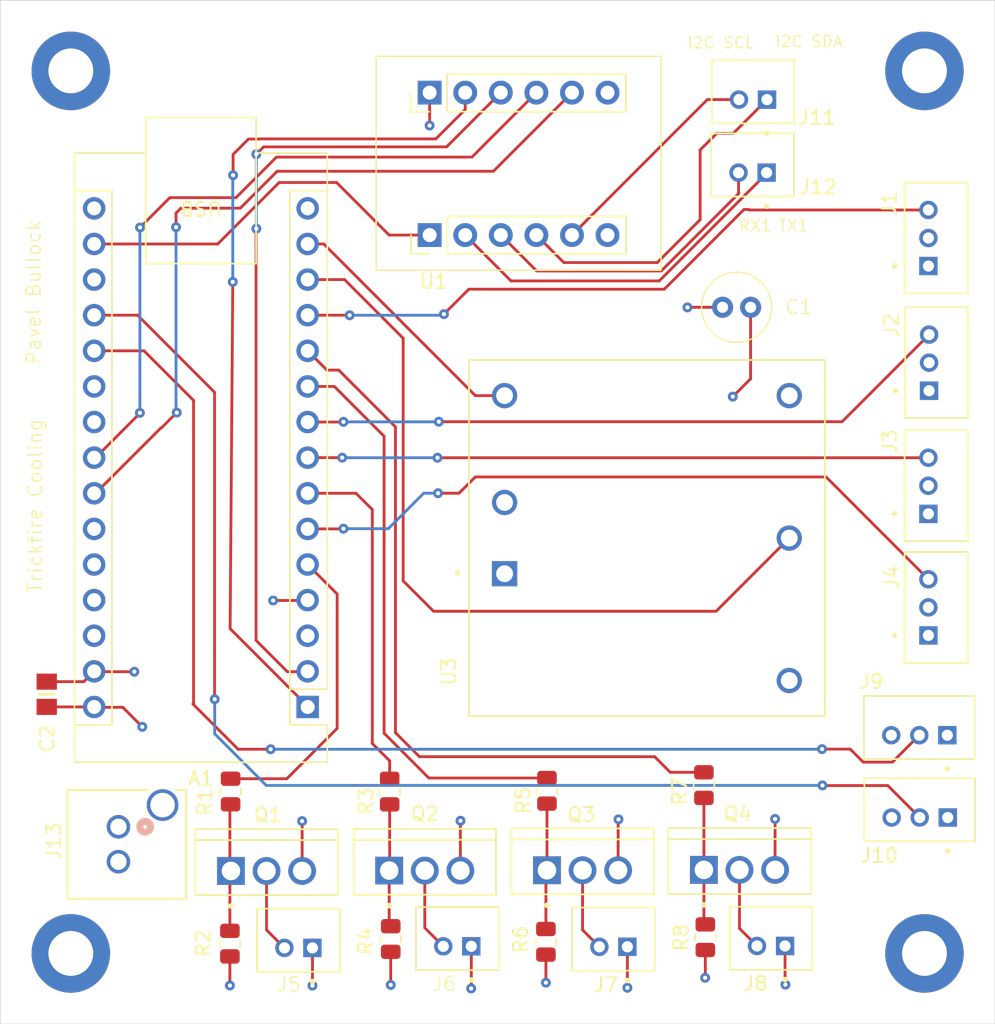
<source format=kicad_pcb>
(kicad_pcb (version 20240108) (generator "pcbnew") (generator_version "8.0")
  (layers (0 "F.Cu" signal) (1 "In1.Cu" signal) (2 "In2.Cu" signal) (31 "B.Cu" signal) (34 "B.Paste" user) (35 "F.Paste" user) (36 "B.SilkS" user "B.Silkscreen") (37 "F.SilkS" user "F.Silkscreen") (38 "B.Mask" user) (39 "F.Mask" user) (44 "Edge.Cuts" user))
  (net 0 "")
  (net 1 "Net-(A1-D7)")
  (net 3 "Net-(A1-D3)")
  (net 5 "Net-(A1-D6)")
  (net 7 "Net-(A1-D4)")
  (net 8 "/I2C SCL")
  (net 9 "/TX1")
  (net 12 "Net-(A1-D9)")
  (net 13 "/I2C SDA")
  (net 14 "Net-(A1-D5)")
  (net 15 "/Trim")
  (net 19 "Net-(A1-D2)")
  (net 20 "/DC Conv On{slash}Off")
  (net 22 "Net-(A1-D8)")
  (net 24 "Net-(J5-Pin_2)")
  (net 25 "Net-(J6-Pin_2)")
  (net 26 "Net-(J7-Pin_2)")
  (net 27 "Net-(J8-Pin_2)")
  (net 28 "Net-(Q1-G)")
  (net 29 "Net-(Q2-G)")
  (net 30 "Net-(Q3-G)")
  (net 31 "Net-(Q4-G)")
  (net 32 "GND")
  (net 33 "Net-(A1-A0)")
  (net 34 "/RX1")
  (net 35 "Net-(A1-A1)")
  (net 36 "/+12V")
  (net 37 "/+3.3V")
  (net 38 "/+5V")
  (net 39 "Net-(J11-Pin_2)")
  (net 40 "Net-(J11-Pin_1)")
  (net 41 "Net-(J12-Pin_1)")
  (net 42 "Net-(J12-Pin_2)")
  (footprint "Trickfire Cooling:JST_B3B-PH-K-S_LF__SN_" (layer "F.Cu") (at 157.81 75.64 -90)
    (property "Reference" "J3" (at -3.16 3.29 90) (layer "F.SilkS"))
    (property "Value" "Conn_01x03_Pin" (hide yes))
    (pad "1" thru_hole rect (at 2 0.55 270) (size 1.308 1.308) (drill 0.8) (layers "*.Cu" "*.Mask") (net 32 "GND"))
    (pad "2" thru_hole circle (at 0 0.55 270) (size 1.308 1.308) (drill 0.8) (layers "*.Cu" "*.Mask") (net 38 "/+5V"))
    (pad "3" thru_hole circle (at -2 0.55 270) (size 1.308 1.308) (drill 0.8) (layers "*.Cu" "*.Mask") (net 14 "Net-(A1-D5)"))
  )
  (footprint "Trickfire Cooling:JST_B3B-PH-K-S_LF__SN_" (layer "F.Cu") (at 157.86 66.86 -90)
    (property "Reference" "J2" (at -2.68 3.24 90) (layer "F.SilkS"))
    (property "Value" "Conn_01x03_Pin" (hide yes))
    (pad "1" thru_hole rect (at 2 0.55 270) (size 1.308 1.308) (drill 0.8) (layers "*.Cu" "*.Mask") (net 32 "GND"))
    (pad "2" thru_hole circle (at 0 0.55 270) (size 1.308 1.308) (drill 0.8) (layers "*.Cu" "*.Mask") (net 38 "/+5V"))
    (pad "3" thru_hole circle (at -2 0.55 270) (size 1.308 1.308) (drill 0.8) (layers "*.Cu" "*.Mask") (net 5 "Net-(A1-D6)"))
  )
  (footprint "Trickfire Cooling:CON2_1X2_P100" (layer "F.Cu") (at 99.45 99.96 90)
    (property "Reference" "J13" (at -1.04 -4.61 90) (layer "F.SilkS"))
    (property "Value" "Conn_01x02_Pin" (hide yes))
    (pad "1" thru_hole circle (at 0 0 90) (size 1.6764 1.6764) (drill 1.1684) (layers "*.Cu" "*.Mask") (net 36 "/+12V"))
    (pad "2" thru_hole circle (at -2.4892 0 90) (size 1.6764 1.6764) (drill 1.1684) (layers "*.Cu" "*.Mask") (net 32 "GND"))
    (pad "3" thru_hole circle (at 1.5494 3.1496 90) (size 2.2606 2.2606) (drill 1.7526) (layers "*.Cu" "*.Mask"))
  )
  (footprint "Trickfire Cooling:TRANS_RFP30N06LE" (layer "F.Cu") (at 110.02 103.11)
    (property "Reference" "Q1" (at 0.1016 -3.9878 0) (layer "F.SilkS") (effects (font (size 1.001567 1.001567))))
    (property "Value" "Q_NMOS_GDS" (hide yes))
    (pad "1" thru_hole rect (at -2.54 0) (size 1.98 1.98) (drill 1.32) (layers "*.Cu" "*.Mask") (net 28 "Net-(Q1-G)"))
    (pad "2" thru_hole circle (at 0 0) (size 1.98 1.98) (drill 1.32) (layers "*.Cu" "*.Mask") (net 24 "Net-(J5-Pin_2)"))
    (pad "3" thru_hole circle (at 2.54 0) (size 1.98 1.98) (drill 1.32) (layers "*.Cu" "*.Mask") (net 32 "GND"))
  )
  (footprint "Resistor_SMD:R_0805_2012Metric" (layer "F.Cu") (at 107.4038 108.2935 90)
    (property "Reference" "R2" (at 0.0273 -1.905 -90) (layer "F.SilkS"))
    (property "Value" "12k" (hide yes))
    (pad "1" smd roundrect (at -0.9125 0 90) (size 1.025 1.4) (layers "F.Cu" "F.Paste" "F.Mask") (roundrect_rratio 0.243902) (net 32 "GND"))
    (pad "2" smd roundrect (at 0.9125 0 90) (size 1.025 1.4) (layers "F.Cu" "F.Paste" "F.Mask") (roundrect_rratio 0.243902) (net 28 "Net-(Q1-G)"))
  )
  (footprint "Trickfire Cooling:CONV_THN_15-1211" (layer "F.Cu") (at 137.17 79.37 90)
    (property "Reference" "U3" (at -9.525 -14.135 90) (layer "F.SilkS"))
    (property "Value" "~")
    (pad "1" thru_hole rect (at -2.54 -10.16 90) (size 1.8 1.8) (drill 1.2) (layers "*.Cu" "*.Mask") (net 36 "/+12V"))
    (pad "2" thru_hole circle (at 2.54 -10.16 90) (size 1.8 1.8) (drill 1.2) (layers "*.Cu" "*.Mask") (net 32 "GND"))
    (pad "3" thru_hole circle (at -10.16 10.16 90) (size 1.8 1.8) (drill 1.2) (layers "*.Cu" "*.Mask") (net 38 "/+5V"))
    (pad "4" thru_hole circle (at 0 10.16 90) (size 1.8 1.8) (drill 1.2) (layers "*.Cu" "*.Mask") (net 15 "/Trim"))
    (pad "5" thru_hole circle (at 10.16 10.16 90) (size 1.8 1.8) (drill 1.2) (layers "*.Cu" "*.Mask") (net 32 "GND"))
    (pad "6" thru_hole circle (at 10.16 -10.16 90) (size 1.8 1.8) (drill 1.2) (layers "*.Cu" "*.Mask") (net 20 "/DC Conv On{slash}Off"))
  )
  (footprint "Trickfire Cooling:Bi directional level changer 5 -3.3" (layer "F.Cu") (at 121.66 57.76 90)
    (property "Reference" "U1" (at -3.3 0.3 180) (layer "F.SilkS"))
    (property "Value" "~")
    (pad "1" thru_hole rect (at 0 0 90) (size 1.7 1.7) (drill 1) (layers "*.Cu" "*.Mask") (net 37 "/+3.3V"))
    (pad "2" thru_hole oval (at 0 2.54 90) (size 1.7 1.7) (drill 1) (layers "*.Cu" "*.Mask") (net 41 "Net-(J12-Pin_1)"))
    (pad "3" thru_hole oval (at 0 5.08 90) (size 1.7 1.7) (drill 1) (layers "*.Cu" "*.Mask") (net 42 "Net-(J12-Pin_2)"))
    (pad "4" thru_hole oval (at 0 7.62 90) (size 1.7 1.7) (drill 1) (layers "*.Cu" "*.Mask") (net 40 "Net-(J11-Pin_1)"))
    (pad "5" thru_hole oval (at 0 10.16 90) (size 1.7 1.7) (drill 1) (layers "*.Cu" "*.Mask") (net 39 "Net-(J11-Pin_2)"))
    (pad "6" thru_hole oval (at 0 12.7 90) (size 1.7 1.7) (drill 1) (layers "*.Cu" "*.Mask") (net 32 "GND"))
    (pad "7" thru_hole rect (at 10.16 0 90) (size 1.7 1.7) (drill 1) (layers "*.Cu" "*.Mask") (net 38 "/+5V"))
    (pad "8" thru_hole oval (at 10.16 2.54 90) (size 1.7 1.7) (drill 1) (layers "*.Cu" "*.Mask") (net 9 "/TX1"))
    (pad "9" thru_hole oval (at 10.16 5.08 90) (size 1.7 1.7) (drill 1) (layers "*.Cu" "*.Mask") (net 34 "/RX1"))
    (pad "10" thru_hole oval (at 10.16 7.62 90) (size 1.7 1.7) (drill 1) (layers "*.Cu" "*.Mask") (net 13 "/I2C SDA"))
    (pad "11" thru_hole oval (at 10.16 10.16 90) (size 1.7 1.7) (drill 1) (layers "*.Cu" "*.Mask") (net 8 "/I2C SCL"))
    (pad "12" thru_hole oval (at 10.16 12.7 90) (size 1.7 1.7) (drill 1) (layers "*.Cu" "*.Mask") (net 32 "GND"))
  )
  (footprint "Trickfire Cooling:JST_B3B-PH-K-S_LF__SN_" (layer "F.Cu") (at 156.64 98.75)
    (property "Reference" "J10" (at -2.88 3.26 0) (layer "F.SilkS"))
    (property "Value" "Conn_01x03_Pin" (hide yes))
    (pad "1" thru_hole rect (at 2 0.55) (size 1.308 1.308) (drill 0.8) (layers "*.Cu" "*.Mask") (net 32 "GND"))
    (pad "2" thru_hole circle (at 0 0.55) (size 1.308 1.308) (drill 0.8) (layers "*.Cu" "*.Mask") (net 33 "Net-(A1-A0)"))
    (pad "3" thru_hole circle (at -2 0.55) (size 1.308 1.308) (drill 0.8) (layers "*.Cu" "*.Mask") (net 38 "/+5V"))
  )
  (footprint "Trickfire Cooling:JST_B2B-PH-K-S" (layer "F.Cu") (at 123.6344 107.936)
    (property "Reference" "J6" (hide yes))
    (property "Value" "Conn_01x02_Pin" (hide yes))
    (pad "1" thru_hole rect (at 1 0.55) (size 1.308 1.308) (drill 0.8) (layers "*.Cu" "*.Mask") (net 38 "/+5V"))
    (pad "2" thru_hole circle (at -1 0.55) (size 1.308 1.308) (drill 0.8) (layers "*.Cu" "*.Mask") (net 25 "Net-(J6-Pin_2)"))
  )
  (footprint "" (layer "F.Cu") (at 96.9 107.72)
    (property "Reference" "" (at 0 0 0) (layer "F.SilkS") (effects (font (size 1.27 1.27))))
    (property "Value" "")
    (pad "" thru_hole circle (at -0.85 1.27) (size 5.6 5.6) (drill 3.2) (layers "*.Cu" "*.Mask") (net 32 "GND"))
  )
  (footprint "Trickfire Cooling:JST_B2B-PH-K-S" (layer "F.Cu") (at 112.2966 108.0464)
    (property "Reference" "J5" (hide yes))
    (property "Value" "Conn_01x02_Pin" (hide yes))
    (pad "1" thru_hole rect (at 1 0.55) (size 1.308 1.308) (drill 0.8) (layers "*.Cu" "*.Mask") (net 38 "/+5V"))
    (pad "2" thru_hole circle (at -1 0.55) (size 1.308 1.308) (drill 0.8) (layers "*.Cu" "*.Mask") (net 24 "Net-(J5-Pin_2)"))
  )
  (footprint "Resistor_SMD:R_0805_2012Metric" (layer "F.Cu") (at 118.8846 107.9633 90)
    (property "Reference" "R4" (at -0.1505 -1.778 -90) (layer "F.SilkS"))
    (property "Value" "12k" (hide yes))
    (pad "1" smd roundrect (at -0.9125 0 90) (size 1.025 1.4) (layers "F.Cu" "F.Paste" "F.Mask") (roundrect_rratio 0.243902) (net 32 "GND"))
    (pad "2" smd roundrect (at 0.9125 0 90) (size 1.025 1.4) (layers "F.Cu" "F.Paste" "F.Mask") (roundrect_rratio 0.243902) (net 29 "Net-(Q2-G)"))
  )
  (footprint "Resistor_SMD:R_0805_2012Metric" (layer "F.Cu") (at 130.0352 97.395 -90)
    (property "Reference" "R5" (at 0.6839 1.7056 90) (layer "F.SilkS"))
    (property "Value" "39R" (hide yes))
    (pad "1" smd roundrect (at -0.9125 0 270) (size 1.025 1.4) (layers "F.Cu" "F.Paste" "F.Mask") (roundrect_rratio 0.243902) (net 1 "Net-(A1-D7)"))
    (pad "2" smd roundrect (at 0.9125 0 270) (size 1.025 1.4) (layers "F.Cu" "F.Paste" "F.Mask") (roundrect_rratio 0.243902) (net 30 "Net-(Q3-G)"))
  )
  (footprint "Trickfire Cooling:JST_B2B-PH-K-S" (layer "F.Cu") (at 146.0278 107.9094)
    (property "Reference" "J8" (at -1.1046 3.23 0) (layer "F.SilkS"))
    (property "Value" "Conn_01x02_Pin" (hide yes))
    (pad "1" thru_hole rect (at 1 0.55) (size 1.308 1.308) (drill 0.8) (layers "*.Cu" "*.Mask") (net 38 "/+5V"))
    (pad "2" thru_hole circle (at -1 0.55) (size 1.308 1.308) (drill 0.8) (layers "*.Cu" "*.Mask") (net 27 "Net-(J8-Pin_2)"))
  )
  (footprint "Trickfire Cooling:JST_B3B-PH-K-S_LF__SN_" (layer "F.Cu") (at 157.81 84.31 -90)
    (property "Reference" "J4" (at -2.127 3.1408 90) (layer "F.SilkS"))
    (property "Value" "Conn_01x03_Pin" (hide yes))
    (pad "1" thru_hole rect (at 2 0.55 270) (size 1.308 1.308) (drill 0.8) (layers "*.Cu" "*.Mask") (net 32 "GND"))
    (pad "2" thru_hole circle (at 0 0.55 270) (size 1.308 1.308) (drill 0.8) (layers "*.Cu" "*.Mask") (net 38 "/+5V"))
    (pad "3" thru_hole circle (at -2 0.55 270) (size 1.308 1.308) (drill 0.8) (layers "*.Cu" "*.Mask") (net 3 "Net-(A1-D3)"))
  )
  (footprint "" (layer "F.Cu") (at 156.21 107.64)
    (property "Reference" "" (at 0 0 0) (layer "F.SilkS") (effects (font (size 1.27 1.27))))
    (property "Value" "")
    (pad "" thru_hole circle (at 0.77 1.35) (size 5.6 5.6) (drill 3.2) (layers "*.Cu" "*.Mask") (net 32 "GND"))
  )
  (footprint "Trickfire Cooling:JST_B3B-PH-K-S_LF__SN_" (layer "F.Cu") (at 157.81 57.97 -90)
    (property "Reference" "J1" (at -2.445 3.344 90) (layer "F.SilkS"))
    (property "Value" "Conn_01x03_Pin" (hide yes))
    (pad "1" thru_hole rect (at 2 0.55 270) (size 1.308 1.308) (drill 0.8) (layers "*.Cu" "*.Mask") (net 32 "GND"))
    (pad "2" thru_hole circle (at 0 0.55 270) (size 1.308 1.308) (drill 0.8) (layers "*.Cu" "*.Mask") (net 38 "/+5V"))
    (pad "3" thru_hole circle (at -2 0.55 270) (size 1.308 1.308) (drill 0.8) (layers "*.Cu" "*.Mask") (net 12 "Net-(A1-D9)"))
  )
  (footprint "Trickfire Cooling:10uF electrolytic capacitor" (layer "F.Cu") (at 142.57 62.91)
    (property "Reference" "C1" (at 5.44 -0.01 0) (layer "F.SilkS") (effects (font (thickness 0.1))))
    (property "Value" "10uF" (hide yes))
    (pad "1" thru_hole circle (at 0 0) (size 1.5 1.5) (drill 0.8) (layers "*.Cu" "*.Mask") (net 32 "GND"))
    (pad "2" thru_hole circle (at 2 0) (size 1.5 1.5) (drill 0.8) (layers "*.Cu" "*.Mask") (net 36 "/+12V"))
  )
  (footprint "Trickfire Cooling:JST_B2B-PH-K-S" (layer "F.Cu") (at 144.71 52.76)
    (property "Reference" "J12" (at 4.68 1.5775 0) (layer "F.SilkS"))
    (property "Value" "Conn_01x02_Pin" (hide yes))
    (pad "1" thru_hole rect (at 1 0.55) (size 1.308 1.308) (drill 0.8) (layers "*.Cu" "*.Mask") (net 41 "Net-(J12-Pin_1)"))
    (pad "2" thru_hole circle (at -1 0.55) (size 1.308 1.308) (drill 0.8) (layers "*.Cu" "*.Mask") (net 42 "Net-(J12-Pin_2)"))
  )
  (footprint "" (layer "F.Cu") (at 95.81 45.89)
    (property "Reference" "" (at 0 0 0) (layer "F.SilkS") (effects (font (size 1.27 1.27))))
    (property "Value" "")
    (pad "" thru_hole circle (at 0.24 0.16) (size 5.6 5.6) (drill 3.2) (layers "*.Cu" "*.Mask") (net 32 "GND"))
  )
  (footprint "Resistor_SMD:R_0805_2012Metric" (layer "F.Cu") (at 129.959 108.1627 90)
    (property "Reference" "R6" (at 0.1759 -1.8034 -90) (layer "F.SilkS"))
    (property "Value" "12k" (hide yes))
    (pad "1" smd roundrect (at -0.9125 0 90) (size 1.025 1.4) (layers "F.Cu" "F.Paste" "F.Mask") (roundrect_rratio 0.243902) (net 32 "GND"))
    (pad "2" smd roundrect (at 0.9125 0 90) (size 1.025 1.4) (layers "F.Cu" "F.Paste" "F.Mask") (roundrect_rratio 0.243902) (net 30 "Net-(Q3-G)"))
  )
  (footprint "Resistor_SMD:R_0805_2012Metric" (layer "F.Cu") (at 141.3382 107.8325 90)
    (property "Reference" "R8" (at -0.0273 -1.7272 -90) (layer "F.SilkS"))
    (property "Value" "12k" (hide yes))
    (pad "1" smd roundrect (at -0.9125 0 90) (size 1.025 1.4) (layers "F.Cu" "F.Paste" "F.Mask") (roundrect_rratio 0.243902) (net 32 "GND"))
    (pad "2" smd roundrect (at 0.9125 0 90) (size 1.025 1.4) (layers "F.Cu" "F.Paste" "F.Mask") (roundrect_rratio 0.243902) (net 31 "Net-(Q4-G)"))
  )
  (footprint "Trickfire Cooling:JST_B2B-PH-K-S" (layer "F.Cu") (at 134.7756 107.9702)
    (property "Reference" "J7" (at -0.5494 3.2678 0) (layer "F.SilkS"))
    (property "Value" "Conn_01x02_Pin" (hide yes))
    (pad "1" thru_hole rect (at 1 0.55) (size 1.308 1.308) (drill 0.8) (layers "*.Cu" "*.Mask") (net 38 "/+5V"))
    (pad "2" thru_hole circle (at -1 0.55) (size 1.308 1.308) (drill 0.8) (layers "*.Cu" "*.Mask") (net 26 "Net-(J7-Pin_2)"))
  )
  (footprint "Trickfire Cooling:CAPC2012X140N" (layer "F.Cu") (at 94.33 90.51 -90)
    (property "Reference" "C2" (at 3.16 -0.03 90) (layer "F.SilkS"))
    (property "Value" "0.1uF" (hide yes))
    (pad "1" smd rect (at -0.9 0 270) (size 1.15 1.45) (layers "F.Cu" "F.Paste" "F.Mask") (net 32 "GND"))
    (pad "2" smd rect (at 0.9 0 270) (size 1.15 1.45) (layers "F.Cu" "F.Paste" "F.Mask") (net 36 "/+12V"))
  )
  (footprint "Resistor_SMD:R_0805_2012Metric" (layer "F.Cu") (at 141.2366 96.9867 -90)
    (property "Reference" "R7" (at 0.4553 1.731 90) (layer "F.SilkS"))
    (property "Value" "39R" (hide yes))
    (pad "1" smd roundrect (at -0.9125 0 270) (size 1.025 1.4) (layers "F.Cu" "F.Paste" "F.Mask") (roundrect_rratio 0.243902) (net 22 "Net-(A1-D8)"))
    (pad "2" smd roundrect (at 0.9125 0 270) (size 1.025 1.4) (layers "F.Cu" "F.Paste" "F.Mask") (roundrect_rratio 0.243902) (net 31 "Net-(Q4-G)"))
  )
  (footprint "Trickfire Cooling:TRANS_RFP30N06LE" (layer "F.Cu") (at 121.3142 103.0827)
    (property "Reference" "Q2" (at 0.0088 -4.0367 0) (layer "F.SilkS") (effects (font (size 1.001567 1.001567))))
    (property "Value" "Q_NMOS_GDS" (hide yes))
    (pad "1" thru_hole rect (at -2.54 0) (size 1.98 1.98) (drill 1.32) (layers "*.Cu" "*.Mask") (net 29 "Net-(Q2-G)"))
    (pad "2" thru_hole circle (at 0 0) (size 1.98 1.98) (drill 1.32) (layers "*.Cu" "*.Mask") (net 25 "Net-(J6-Pin_2)"))
    (pad "3" thru_hole circle (at 2.54 0) (size 1.98 1.98) (drill 1.32) (layers "*.Cu" "*.Mask") (net 32 "GND"))
  )
  (footprint "Resistor_SMD:R_0805_2012Metric" (layer "F.Cu") (at 107.4546 97.4439 -90)
    (property "Reference" "R1" (at 0.7601 1.8326 90) (layer "F.SilkS"))
    (property "Value" "39R" (hide yes))
    (pad "1" smd roundrect (at -0.9125 0 270) (size 1.025 1.4) (layers "F.Cu" "F.Paste" "F.Mask") (roundrect_rratio 0.243902) (net 19 "Net-(A1-D2)"))
    (pad "2" smd roundrect (at 0.9125 0 270) (size 1.025 1.4) (layers "F.Cu" "F.Paste" "F.Mask") (roundrect_rratio 0.243902) (net 28 "Net-(Q1-G)"))
  )
  (footprint "Resistor_SMD:R_0805_2012Metric" (layer "F.Cu") (at 118.8084 97.4477 -90)
    (property "Reference" "R3" (at 0.6839 1.6802 90) (layer "F.SilkS"))
    (property "Value" "39R" (hide yes))
    (pad "1" smd roundrect (at -0.9125 0 270) (size 1.025 1.4) (layers "F.Cu" "F.Paste" "F.Mask") (roundrect_rratio 0.243902) (net 7 "Net-(A1-D4)"))
    (pad "2" smd roundrect (at 0.9125 0 270) (size 1.025 1.4) (layers "F.Cu" "F.Paste" "F.Mask") (roundrect_rratio 0.243902) (net 29 "Net-(Q2-G)"))
  )
  (footprint "Trickfire Cooling:JST_B3B-PH-K-S_LF__SN_" (layer "F.Cu") (at 156.61 92.88)
    (property "Reference" "J9" (at -3.43 -3.28 0) (layer "F.SilkS"))
    (property "Value" "Conn_01x03_Pin" (hide yes))
    (pad "1" thru_hole rect (at 2 0.55) (size 1.308 1.308) (drill 0.8) (layers "*.Cu" "*.Mask") (net 32 "GND"))
    (pad "2" thru_hole circle (at 0 0.55) (size 1.308 1.308) (drill 0.8) (layers "*.Cu" "*.Mask") (net 35 "Net-(A1-A1)"))
    (pad "3" thru_hole circle (at -2 0.55) (size 1.308 1.308) (drill 0.8) (layers "*.Cu" "*.Mask") (net 38 "/+5V"))
  )
  (footprint "Trickfire Cooling:TRANS_RFP30N06LE" (layer "F.Cu") (at 132.5752 103.0592)
    (property "Reference" "Q3" (at -0.0762 -3.9624 0) (layer "F.SilkS") (effects (font (size 1.001567 1.001567))))
    (property "Value" "Q_NMOS_GDS" (hide yes))
    (pad "1" thru_hole rect (at -2.54 0) (size 1.98 1.98) (drill 1.32) (layers "*.Cu" "*.Mask") (net 30 "Net-(Q3-G)"))
    (pad "2" thru_hole circle (at 0 0) (size 1.98 1.98) (drill 1.32) (layers "*.Cu" "*.Mask") (net 26 "Net-(J7-Pin_2)"))
    (pad "3" thru_hole circle (at 2.54 0) (size 1.98 1.98) (drill 1.32) (layers "*.Cu" "*.Mask") (net 32 "GND"))
  )
  (footprint "" (layer "F.Cu") (at 157.06 45.77)
    (property "Reference" "" (at 0 0 0) (layer "F.SilkS") (effects (font (size 1.27 1.27))))
    (property "Value" "")
    (pad "" thru_hole circle (at -0.08 0.28) (size 5.6 5.6) (drill 3.2) (layers "*.Cu" "*.Mask") (net 32 "GND"))
  )
  (footprint "Module:Arduino_Nano" (layer "F.Cu") (at 112.9538 91.4146 180)
    (property "Reference" "A1" (at 7.62 -5.08 0) (layer "F.SilkS"))
    (property "Value" "Arduino_Nano_Every" (hide yes))
    (fp_text user "USB" (at 7.62 35.56 180) (layer "F.SilkS"))
    (pad "1" thru_hole rect (at 0 0 180) (size 1.6 1.6) (drill 1) (layers "*.Cu" "*.Mask") (net 9 "/TX1"))
    (pad "2" thru_hole oval (at 0 2.54 180) (size 1.6 1.6) (drill 1) (layers "*.Cu" "*.Mask") (net 34 "/RX1"))
    (pad "3" thru_hole oval (at 0 5.08 180) (size 1.6 1.6) (drill 1) (layers "*.Cu" "*.Mask"))
    (pad "4" thru_hole oval (at 0 7.62 180) (size 1.6 1.6) (drill 1) (layers "*.Cu" "*.Mask") (net 32 "GND"))
    (pad "5" thru_hole oval (at 0 10.16 180) (size 1.6 1.6) (drill 1) (layers "*.Cu" "*.Mask") (net 19 "Net-(A1-D2)"))
    (pad "6" thru_hole oval (at 0 12.7 180) (size 1.6 1.6) (drill 1) (layers "*.Cu" "*.Mask") (net 3 "Net-(A1-D3)"))
    (pad "7" thru_hole oval (at 0 15.24 180) (size 1.6 1.6) (drill 1) (layers "*.Cu" "*.Mask") (net 7 "Net-(A1-D4)"))
    (pad "8" thru_hole oval (at 0 17.78 180) (size 1.6 1.6) (drill 1) (layers "*.Cu" "*.Mask") (net 14 "Net-(A1-D5)"))
    (pad "9" thru_hole oval (at 0 20.32 180) (size 1.6 1.6) (drill 1) (layers "*.Cu" "*.Mask") (net 5 "Net-(A1-D6)"))
    (pad "10" thru_hole oval (at 0 22.86 180) (size 1.6 1.6) (drill 1) (layers "*.Cu" "*.Mask") (net 1 "Net-(A1-D7)"))
    (pad "11" thru_hole oval (at 0 25.4 180) (size 1.6 1.6) (drill 1) (layers "*.Cu" "*.Mask") (net 22 "Net-(A1-D8)"))
    (pad "12" thru_hole oval (at 0 27.94 180) (size 1.6 1.6) (drill 1) (layers "*.Cu" "*.Mask") (net 12 "Net-(A1-D9)"))
    (pad "13" thru_hole oval (at 0 30.48 180) (size 1.6 1.6) (drill 1) (layers "*.Cu" "*.Mask") (net 15 "/Trim"))
    (pad "14" thru_hole oval (at 0 33.02 180) (size 1.6 1.6) (drill 1) (layers "*.Cu" "*.Mask") (net 20 "/DC Conv On{slash}Off"))
    (pad "15" thru_hole oval (at 0 35.56 180) (size 1.6 1.6) (drill 1) (layers "*.Cu" "*.Mask"))
    (pad "16" thru_hole oval (at 15.24 35.56 180) (size 1.6 1.6) (drill 1) (layers "*.Cu" "*.Mask"))
    (pad "17" thru_hole oval (at 15.24 33.02 180) (size 1.6 1.6) (drill 1) (layers "*.Cu" "*.Mask") (net 37 "/+3.3V"))
    (pad "18" thru_hole oval (at 15.24 30.48 180) (size 1.6 1.6) (drill 1) (layers "*.Cu" "*.Mask"))
    (pad "19" thru_hole oval (at 15.24 27.94 180) (size 1.6 1.6) (drill 1) (layers "*.Cu" "*.Mask") (net 33 "Net-(A1-A0)"))
    (pad "20" thru_hole oval (at 15.24 25.4 180) (size 1.6 1.6) (drill 1) (layers "*.Cu" "*.Mask") (net 35 "Net-(A1-A1)"))
    (pad "21" thru_hole oval (at 15.24 22.86 180) (size 1.6 1.6) (drill 1) (layers "*.Cu" "*.Mask"))
    (pad "22" thru_hole oval (at 15.24 20.32 180) (size 1.6 1.6) (drill 1) (layers "*.Cu" "*.Mask"))
    (pad "23" thru_hole oval (at 15.24 17.78 180) (size 1.6 1.6) (drill 1) (layers "*.Cu" "*.Mask") (net 13 "/I2C SDA"))
    (pad "24" thru_hole oval (at 15.24 15.24 180) (size 1.6 1.6) (drill 1) (layers "*.Cu" "*.Mask") (net 8 "/I2C SCL"))
    (pad "25" thru_hole oval (at 15.24 12.7 180) (size 1.6 1.6) (drill 1) (layers "*.Cu" "*.Mask"))
    (pad "26" thru_hole oval (at 15.24 10.16 180) (size 1.6 1.6) (drill 1) (layers "*.Cu" "*.Mask"))
    (pad "27" thru_hole oval (at 15.24 7.62 180) (size 1.6 1.6) (drill 1) (layers "*.Cu" "*.Mask"))
    (pad "28" thru_hole oval (at 15.24 5.08 180) (size 1.6 1.6) (drill 1) (layers "*.Cu" "*.Mask"))
    (pad "29" thru_hole oval (at 15.24 2.54 180) (size 1.6 1.6) (drill 1) (layers "*.Cu" "*.Mask") (net 32 "GND"))
    (pad "30" thru_hole oval (at 15.24 0 180) (size 1.6 1.6) (drill 1) (layers "*.Cu" "*.Mask") (net 36 "/+12V"))
  )
  (footprint "Trickfire Cooling:TRANS_RFP30N06LE" (layer "F.Cu") (at 143.7766 103.0338)
    (property "Reference" "Q4" (at -0.127 -3.9878 0) (layer "F.SilkS") (effects (font (size 1.001567 1.001567))))
    (property "Value" "Q_NMOS_GDS" (hide yes))
    (pad "1" thru_hole rect (at -2.54 0) (size 1.98 1.98) (drill 1.32) (layers "*.Cu" "*.Mask") (net 31 "Net-(Q4-G)"))
    (pad "2" thru_hole circle (at 0 0) (size 1.98 1.98) (drill 1.32) (layers "*.Cu" "*.Mask") (net 27 "Net-(J8-Pin_2)"))
    (pad "3" thru_hole circle (at 2.54 0) (size 1.98 1.98) (drill 1.32) (layers "*.Cu" "*.Mask") (net 32 "GND"))
  )
  (footprint "Trickfire Cooling:JST_B2B-PH-K-S" (layer "F.Cu") (at 144.74 47.5475)
    (property "Reference" "J11" (at 4.58 1.8225 0) (layer "F.SilkS"))
    (property "Value" "Conn_01x02_Pin" (hide yes))
    (pad "1" thru_hole rect (at 1 0.55) (size 1.308 1.308) (drill 0.8) (layers "*.Cu" "*.Mask") (net 40 "Net-(J11-Pin_1)"))
    (pad "2" thru_hole circle (at -1 0.55) (size 1.308 1.308) (drill 0.8) (layers "*.Cu" "*.Mask") (net 39 "Net-(J11-Pin_2)"))
  )
  (gr_rect (start 91.02 41.02) (end 162.01 114.02) (stroke (width 0.05)) (fill none) (layer "Edge.Cuts"))
  (gr_text "I2C SDA" (at 146.27 44.42 0) (layer "F.SilkS") (effects (font (size 0.8001 0.8001) (thickness 0.1)) (justify left bottom)))
  (gr_text "I2C SCL" (at 139.99 44.51 0) (layer "F.SilkS") (effects (font (size 0.8001 0.8001) (thickness 0.1)) (justify left bottom)))
  (gr_text "TX1" (at 146.49 57.55 0) (layer "F.SilkS") (effects (font (size 0.8001 0.8001) (thickness 0.1)) (justify left bottom)))
  (gr_text "Pavel Bullock" (at 93.98 67.08 90) (layer "F.SilkS") (effects (font (size 1 1) (thickness 0.1)) (justify left bottom)))
  (gr_text "J6" (at 122.6946 111.1618 0) (layer "F.SilkS") (effects (font (size 1 1) (thickness 0.1))))
  (gr_text "RX1" (at 143.67 57.55 0) (layer "F.SilkS") (effects (font (size 0.8001 0.8001) (thickness 0.1)) (justify left bottom)))
  (gr_text "Trickfire Cooling" (at 94.08 83.36 90) (layer "F.SilkS") (effects (font (size 1 1) (thickness 0.1)) (justify left bottom)))
  (gr_text "J5\n" (at 111.6202 111.2126 0) (layer "F.SilkS") (effects (font (size 1 1) (thickness 0.1))))
  (segment (start 118.41 93.29) (end 121.6025 96.4825) (width 0.2) (layer "F.Cu") (net 1))
  (segment (start 112.9538 68.5546) (end 114.8546 68.5546) (width 0.2) (layer "F.Cu") (net 1))
  (segment (start 121.6025 96.4825) (end 130.0352 96.4825) (width 0.2) (layer "F.Cu") (net 1))
  (segment (start 118.41 72.11) (end 118.41 93.29) (width 0.2) (layer "F.Cu") (net 1))
  (segment (start 114.8546 68.5546) (end 118.41 72.11) (width 0.2) (layer "F.Cu") (net 1))
  (segment (start 115.4954 78.7146) (end 112.9538 78.7146) (width 0.2) (layer "F.Cu") (net 3))
  (segment (start 123.76 76.17) (end 124.92 75.01) (width 0.2) (layer "F.Cu") (net 3))
  (segment (start 122.26 76.17) (end 123.76 76.17) (width 0.2) (layer "F.Cu") (net 3))
  (segment (start 115.51 78.7) (end 115.4954 78.7146) (width 0.2) (layer "F.Cu") (net 3))
  (segment (start 124.92 75.01) (end 149.96 75.01) (width 0.2) (layer "F.Cu") (net 3))
  (segment (start 149.96 75.01) (end 157.26 82.31) (width 0.2) (layer "F.Cu") (net 3))
  (via (at 122.26 76.17) (size 0.7) (drill 0.3) (layers "F.Cu" "B.Cu") (net 3))
  (via (at 115.51 78.7) (size 0.7) (drill 0.3) (layers "F.Cu" "B.Cu") (net 3))
  (segment (start 121.24 76.17) (end 118.71 78.7) (width 0.2) (layer "B.Cu") (net 3))
  (segment (start 118.71 78.7) (end 115.51 78.7) (width 0.2) (layer "B.Cu") (net 3))
  (segment (start 122.26 76.17) (end 121.24 76.17) (width 0.2) (layer "B.Cu") (net 3))
  (segment (start 115.4954 71.0946) (end 112.9538 71.0946) (width 0.2) (layer "F.Cu") (net 5))
  (segment (start 115.51 71.08) (end 115.4954 71.0946) (width 0.2) (layer "F.Cu") (net 5))
  (segment (start 122.32 71.07) (end 151.1 71.07) (width 0.2) (layer "F.Cu") (net 5))
  (segment (start 151.1 71.07) (end 157.31 64.86) (width 0.2) (layer "F.Cu") (net 5))
  (via (at 115.51 71.08) (size 0.7) (drill 0.3) (layers "F.Cu" "B.Cu") (net 5))
  (via (at 122.32 71.07) (size 0.7) (drill 0.3) (layers "F.Cu" "B.Cu") (net 5))
  (segment (start 122.32 71.07) (end 122.31 71.08) (width 0.2) (layer "B.Cu") (net 5))
  (segment (start 122.31 71.08) (end 115.51 71.08) (width 0.2) (layer "B.Cu") (net 5))
  (segment (start 112.9538 76.1746) (end 116.4046 76.1746) (width 0.2) (layer "F.Cu") (net 7))
  (segment (start 117.57 94.02) (end 118.8084 95.2584) (width 0.2) (layer "F.Cu") (net 7))
  (segment (start 116.4046 76.1746) (end 117.57 77.34) (width 0.2) (layer "F.Cu") (net 7))
  (segment (start 113.03 76.708) (end 113.03 76.2) (width 0.2) (layer "F.Cu") (net 7))
  (segment (start 118.8084 95.2584) (end 118.8084 96.5352) (width 0.2) (layer "F.Cu") (net 7))
  (segment (start 117.57 77.34) (end 117.57 94.02) (width 0.2) (layer "F.Cu") (net 7))
  (segment (start 103.91 55.84) (end 108.15 55.84) (width 0.2) (layer "F.Cu") (net 8))
  (segment (start 102.47 71.52) (end 102.51 71.52) (width 0.2) (layer "F.Cu") (net 8))
  (segment (start 102.51 71.52) (end 103.61 70.42) (width 0.2) (layer "F.Cu") (net 8))
  (segment (start 103.56 56.19) (end 103.56 57.2) (width 0.2) (layer "F.Cu") (net 8))
  (segment (start 97.79 76.2) (end 102.47 71.52) (width 0.2) (layer "F.Cu") (net 8))
  (segment (start 103.91 55.84) (end 103.56 56.19) (width 0.2) (layer "F.Cu") (net 8))
  (segment (start 126.21 53.21) (end 131.82 47.6) (width 0.2) (layer "F.Cu") (net 8))
  (segment (start 108.15 55.84) (end 110.78 53.21) (width 0.2) (layer "F.Cu") (net 8))
  (segment (start 110.78 53.21) (end 126.21 53.21) (width 0.2) (layer "F.Cu") (net 8))
  (via (at 103.56 57.2) (size 0.7) (drill 0.3) (layers "F.Cu" "B.Cu") (net 8))
  (via (at 103.61 70.42) (size 0.7) (drill 0.3) (layers "F.Cu" "B.Cu") (net 8))
  (segment (start 103.56 70.37) (end 103.61 70.42) (width 0.2) (layer "B.Cu") (net 8))
  (segment (start 103.56 57.2) (end 103.56 70.37) (width 0.2) (layer "B.Cu") (net 8))
  (segment (start 109.521471 50.91) (end 109.531471 50.9) (width 0.2) (layer "F.Cu") (net 9))
  (segment (start 122.102081 50.9) (end 124.2 48.802081) (width 0.2) (layer "F.Cu") (net 9))
  (segment (start 107.61 61.1) (end 107.42 61.13) (width 0.2) (layer "F.Cu") (net 9))
  (segment (start 124.2 48.802081) (end 124.2 47.6) (width 0.2) (layer "F.Cu") (net 9))
  (segment (start 108.73 50.91) (end 109.521471 50.91) (width 0.2) (layer "F.Cu") (net 9))
  (segment (start 107.42 85.83) (end 107.61 61.1) (width 0.2) (layer "F.Cu") (net 9))
  (segment (start 107.63 53.49) (end 107.63 52.01) (width 0.2) (layer "F.Cu") (net 9))
  (segment (start 113.03 91.44) (end 107.42 85.83) (width 0.2) (layer "F.Cu") (net 9))
  (segment (start 109.531471 50.9) (end 122.102081 50.9) (width 0.2) (layer "F.Cu") (net 9))
  (segment (start 107.63 52.01) (end 108.73 50.91) (width 0.2) (layer "F.Cu") (net 9))
  (via (at 107.61 61.1) (size 0.7) (drill 0.3) (layers "F.Cu" "B.Cu") (net 9))
  (via (at 107.63 53.49) (size 0.7) (drill 0.3) (layers "F.Cu" "B.Cu") (net 9))
  (segment (start 107.61 61.1) (end 107.61 53.51) (width 0.2) (layer "B.Cu") (net 9))
  (segment (start 107.61 53.51) (end 107.63 53.49) (width 0.2) (layer "B.Cu") (net 9))
  (segment (start 124.46 61.62) (end 138.41 61.62) (width 0.2) (layer "F.Cu") (net 12))
  (segment (start 122.68 63.4) (end 124.46 61.62) (width 0.2) (layer "F.Cu") (net 12))
  (segment (start 144.47 55.97) (end 157.26 55.97) (width 0.2) (layer "F.Cu") (net 12))
  (segment (start 115.9446 63.4746) (end 115.95 63.48) (width 0.2) (layer "F.Cu") (net 12))
  (segment (start 138.41 61.62) (end 144.1 55.93) (width 0.2) (layer "F.Cu") (net 12))
  (segment (start 112.9538 63.4746) (end 115.9446 63.4746) (width 0.2) (layer "F.Cu") (net 12))
  (segment (start 144.1 55.93) (end 144.43 55.93) (width 0.2) (layer "F.Cu") (net 12))
  (segment (start 144.43 55.93) (end 144.47 55.97) (width 0.2) (layer "F.Cu") (net 12))
  (via (at 115.95 63.48) (size 0.7) (drill 0.3) (layers "F.Cu" "B.Cu") (net 12))
  (via (at 122.68 63.4) (size 0.7) (drill 0.3) (layers "F.Cu" "B.Cu") (net 12))
  (segment (start 122.6 63.48) (end 122.68 63.4) (width 0.2) (layer "B.Cu") (net 12))
  (segment (start 115.95 63.48) (end 122.6 63.48) (width 0.2) (layer "B.Cu") (net 12))
  (segment (start 103.12 55.09) (end 107.84 55.09) (width 0.2) (layer "F.Cu") (net 13))
  (segment (start 100.05 71.4) (end 100.98 70.47) (width 0.2) (layer "F.Cu") (net 13))
  (segment (start 107.84 55.09) (end 110.73 52.2) (width 0.2) (layer "F.Cu") (net 13))
  (segment (start 99.5934 71.8566) (end 100.05 71.4) (width 0.2) (layer "F.Cu") (net 13))
  (segment (start 100.99 57.22) (end 103.12 55.09) (width 0.2) (layer "F.Cu") (net 13))
  (segment (start 100.98 70.47) (end 100.98 70.44) (width 0.2) (layer "F.Cu") (net 13))
  (segment (start 124.68 52.2) (end 129.28 47.6) (width 0.2) (layer "F.Cu") (net 13))
  (segment (start 110.73 52.2) (end 124.68 52.2) (width 0.2) (layer "F.Cu") (net 13))
  (segment (start 99.5934 71.8566) (end 97.79 73.66) (width 0.2) (layer "F.Cu") (net 13))
  (via (at 100.98 70.44) (size 0.7) (drill 0.3) (layers "F.Cu" "B.Cu") (net 13))
  (via (at 100.99 57.22) (size 0.7) (drill 0.3) (layers "F.Cu" "B.Cu") (net 13))
  (segment (start 100.98 70.44) (end 100.98 57.23) (width 0.2) (layer "B.Cu") (net 13))
  (segment (start 100.98 57.23) (end 100.99 57.22) (width 0.2) (layer "B.Cu") (net 13))
  (segment (start 122.22 73.64) (end 157.26 73.64) (width 0.2) (layer "F.Cu") (net 14))
  (segment (start 115.42 73.6346) (end 112.9538 73.6346) (width 0.2) (layer "F.Cu") (net 14))
  (via (at 122.22 73.64) (size 0.7) (drill 0.3) (layers "F.Cu" "B.Cu") (net 14))
  (via (at 115.42 73.6346) (size 0.7) (drill 0.3) (layers "F.Cu" "B.Cu") (net 14))
  (segment (start 115.4254 73.64) (end 115.42 73.6346) (width 0.2) (layer "B.Cu") (net 14))
  (segment (start 122.22 73.64) (end 115.4254 73.64) (width 0.2) (layer "B.Cu") (net 14))
  (segment (start 115.5846 60.9346) (end 119.77 65.12) (width 0.2) (layer "F.Cu") (net 15))
  (segment (start 142.11 84.59) (end 147.33 79.37) (width 0.2) (layer "F.Cu") (net 15))
  (segment (start 119.77 82.42) (end 121.94 84.59) (width 0.2) (layer "F.Cu") (net 15))
  (segment (start 121.94 84.59) (end 142.11 84.59) (width 0.2) (layer "F.Cu") (net 15))
  (segment (start 112.9538 60.9346) (end 115.5846 60.9346) (width 0.2) (layer "F.Cu") (net 15))
  (segment (start 119.77 65.12) (end 119.77 82.42) (width 0.2) (layer "F.Cu") (net 15))
  (segment (start 115.06 92.94) (end 111.4686 96.5314) (width 0.2) (layer "F.Cu") (net 19))
  (segment (start 115.06 83.3608) (end 115.06 92.94) (width 0.2) (layer "F.Cu") (net 19))
  (segment (start 111.4686 96.5314) (end 107.4546 96.5314) (width 0.2) (layer "F.Cu") (net 19))
  (segment (start 112.9538 81.2546) (end 115.06 83.3608) (width 0.2) (layer "F.Cu") (net 19))
  (segment (start 112.9538 58.3946) (end 114.1046 58.3946) (width 0.2) (layer "F.Cu") (net 20))
  (segment (start 114.1046 58.3946) (end 124.92 69.21) (width 0.2) (layer "F.Cu") (net 20))
  (segment (start 124.92 69.21) (end 127.01 69.21) (width 0.2) (layer "F.Cu") (net 20))
  (segment (start 112.9538 66.0146) (end 114.3292 67.39) (width 0.2) (layer "F.Cu") (net 22))
  (segment (start 137.72 94.96) (end 138.8342 96.0742) (width 0.2) (layer "F.Cu") (net 22))
  (segment (start 115.17 67.39) (end 119.22 71.44) (width 0.2) (layer "F.Cu") (net 22))
  (segment (start 120.93 94.96) (end 137.72 94.96) (width 0.2) (layer "F.Cu") (net 22))
  (segment (start 119.22 93.25) (end 120.93 94.96) (width 0.2) (layer "F.Cu") (net 22))
  (segment (start 138.8342 96.0742) (end 141.2366 96.0742) (width 0.2) (layer "F.Cu") (net 22))
  (segment (start 114.3292 67.39) (end 115.17 67.39) (width 0.2) (layer "F.Cu") (net 22))
  (segment (start 119.22 71.44) (end 119.22 93.25) (width 0.2) (layer "F.Cu") (net 22))
  (segment (start 110.02 103.11) (end 110.02 107.3198) (width 0.2) (layer "F.Cu") (net 24))
  (segment (start 110.02 107.3198) (end 111.2966 108.5964) (width 0.2) (layer "F.Cu") (net 24))
  (segment (start 121.3142 107.1658) (end 122.6344 108.486) (width 0.2) (layer "F.Cu") (net 25))
  (segment (start 121.3142 103.0827) (end 121.3142 107.1658) (width 0.2) (layer "F.Cu") (net 25))
  (segment (start 132.5752 107.3198) (end 133.7756 108.5202) (width 0.2) (layer "F.Cu") (net 26))
  (segment (start 132.5752 103.0592) (end 132.5752 107.3198) (width 0.2) (layer "F.Cu") (net 26))
  (segment (start 143.7766 107.2082) (end 145.0278 108.4594) (width 0.2) (layer "F.Cu") (net 27))
  (segment (start 143.7766 103.0338) (end 143.7766 107.2082) (width 0.2) (layer "F.Cu") (net 27))
  (segment (start 107.4038 98.4072) (end 107.4546 98.3564) (width 0.2) (layer "F.Cu") (net 28))
  (segment (start 107.4038 107.381) (end 107.4038 98.4072) (width 0.2) (layer "F.Cu") (net 28))
  (segment (start 107.5054 107.2794) (end 107.4038 107.381) (width 0.2) (layer "F.Cu") (net 28))
  (segment (start 118.8084 103.0485) (end 118.7742 103.0827) (width 0.2) (layer "F.Cu") (net 29))
  (segment (start 118.7742 103.0827) (end 118.7742 106.9404) (width 0.2) (layer "F.Cu") (net 29))
  (segment (start 118.7742 106.9404) (end 118.8846 107.0508) (width 0.2) (layer "F.Cu") (net 29))
  (segment (start 118.8084 98.3602) (end 118.8084 103.0485) (width 0.2) (layer "F.Cu") (net 29))
  (segment (start 130.0352 103.1862) (end 129.959 103.2624) (width 0.2) (layer "F.Cu") (net 30))
  (segment (start 130.0352 98.3075) (end 130.0352 103.0592) (width 0.2) (layer "F.Cu") (net 30))
  (segment (start 129.959 103.2624) (end 129.959 107.2502) (width 0.2) (layer "F.Cu") (net 30))
  (segment (start 130.0352 103.0592) (end 130.0352 103.1862) (width 0.2) (layer "F.Cu") (net 30))
  (segment (start 141.2366 103.0338) (end 141.2366 106.8184) (width 0.2) (layer "F.Cu") (net 31))
  (segment (start 141.2366 97.8992) (end 141.2366 103.0338) (width 0.2) (layer "F.Cu") (net 31))
  (segment (start 141.2366 106.8184) (end 141.3382 106.92) (width 0.2) (layer "F.Cu") (net 31))
  (segment (start 123.8542 103.0827) (end 123.8542 99.5374) (width 0.2) (layer "F.Cu") (net 32))
  (segment (start 141.3382 108.554671) (end 141.3382 110.716242) (width 0.2) (layer "F.Cu") (net 32))
  (segment (start 142.57 62.91) (end 140.07 62.91) (width 0.2) (layer "F.Cu") (net 32))
  (segment (start 107.403396 111.281723) (end 107.404203 111.280916) (width 0.2) (layer "F.Cu") (net 32))
  (segment (start 140.07 62.91) (end 140.06 62.92) (width 0.2) (layer "F.Cu") (net 32))
  (segment (start 118.8846 111.147326) (end 118.8846 108.8758) (width 0.2) (layer "F.Cu") (net 32))
  (segment (start 146.3166 99.4016) (end 146.3166 103.0338) (width 0.2) (layer "F.Cu") (net 32))
  (segment (start 94.33 89.61) (end 96.9784 89.61) (width 0.2) (layer "F.Cu") (net 32))
  (segment (start 107.404203 109.064477) (end 107.403396 111.281723) (width 0.2) (layer "F.Cu") (net 32))
  (segment (start 135.1152 103.0592) (end 135.1152 99.4524) (width 0.2) (layer "F.Cu") (net 32))
  (segment (start 112.56 99.554) (end 112.56 103.11) (width 0.2) (layer "F.Cu") (net 32))
  (segment (start 113.03 83.82) (end 110.49 83.82) (width 0.2) (layer "F.Cu") (net 32))
  (segment (start 135.1152 99.4524) (end 135.1406 99.427) (width 0.2) (layer "F.Cu") (net 32))
  (segment (start 97.79 88.9) (end 99.314 88.9) (width 0.2) (layer "F.Cu") (net 32))
  (segment (start 123.8542 99.5374) (end 123.863 99.5286) (width 0.2) (layer "F.Cu") (net 32))
  (segment (start 99.314 88.9) (end 100.584 88.9) (width 0.2) (layer "F.Cu") (net 32))
  (segment (start 96.9784 89.61) (end 97.7138 88.8746) (width 0.2) (layer "F.Cu") (net 32))
  (segment (start 129.959 111.075528) (end 129.959 109.0752) (width 0.2) (layer "F.Cu") (net 32))
  (via (at 100.584 88.9) (size 0.7) (drill 0.3) (layers "F.Cu" "B.Cu") (net 32))
  (via (at 118.8846 111.238) (size 0.7) (drill 0.3) (layers "F.Cu" "B.Cu") (net 32))
  (via (at 112.56 99.554) (size 0.7) (drill 0.3) (layers "F.Cu" "B.Cu") (net 32))
  (via (at 107.403396 111.281723) (size 0.7) (drill 0.3) (layers "F.Cu" "B.Cu") (net 32))
  (via (at 135.1406 99.427) (size 0.7) (drill 0.3) (layers "F.Cu" "B.Cu") (net 32))
  (via (at 123.863 99.5286) (size 0.7) (drill 0.3) (layers "F.Cu" "B.Cu") (net 32))
  (via (at 129.959 111.075528) (size 0.7) (drill 0.3) (layers "F.Cu" "B.Cu") (net 32))
  (via (at 146.3166 99.4016) (size 0.7) (drill 0.3) (layers "F.Cu" "B.Cu") (net 32))
  (via (at 141.324442 110.73) (size 0.7) (drill 0.3) (layers "F.Cu" "B.Cu") (net 32))
  (via (at 110.49 83.82) (size 0.7) (drill 0.3) (layers "F.Cu" "B.Cu") (net 32))
  (via (at 140.06 62.92) (size 0.7) (drill 0.3) (layers "F.Cu" "B.Cu") (net 32))
  (segment (start 100.8146 63.4746) (end 106.31 68.97) (width 0.2) (layer "F.Cu") (net 33))
  (segment (start 149.7 97.01) (end 149.71 97.02) (width 0.2) (layer "F.Cu") (net 33))
  (segment (start 154.36 97.02) (end 156.64 99.3) (width 0.2) (layer "F.Cu") (net 33))
  (segment (start 106.31 87.55) (end 106.31 90.85) (width 0.2) (layer "F.Cu") (net 33))
  (segment (start 106.31 68.97) (end 106.31 87.55) (width 0.2) (layer "F.Cu") (net 33))
  (segment (start 149.71 97.02) (end 154.36 97.02) (width 0.2) (layer "F.Cu") (net 33))
  (segment (start 97.7138 63.4746) (end 100.8146 63.4746) (width 0.2) (layer "F.Cu") (net 33))
  (segment (start 106.31 90.85) (end 106.32 90.86) (width 0.2) (layer "F.Cu") (net 33))
  (via (at 106.32 90.86) (size 0.7) (drill 0.3) (layers "F.Cu" "B.Cu") (net 33))
  (via (at 149.7 97.01) (size 0.7) (drill 0.3) (layers "F.Cu" "B.Cu") (net 33))
  (segment (start 149.7 97.01) (end 110 97.01) (width 0.2) (layer "B.Cu") (net 33))
  (segment (start 110 97.01) (end 106.32 93.33) (width 0.2) (layer "B.Cu") (net 33))
  (segment (start 106.32 93.33) (end 106.32 90.86) (width 0.2) (layer "B.Cu") (net 33))
  (segment (start 109.474 86.868) (end 109.27 86.664) (width 0.2) (layer "F.Cu") (net 34))
  (segment (start 113.03 88.9) (end 111.506 88.9) (width 0.2) (layer "F.Cu") (net 34))
  (segment (start 111.506 88.9) (end 109.474 86.868) (width 0.2) (layer "F.Cu") (net 34))
  (segment (start 109.27 58.32) (end 109.27 57.32) (width 0.2) (layer "F.Cu") (net 34))
  (segment (start 109.29 51.99) (end 109.81 51.47) (width 0.2) (layer "F.Cu") (net 34))
  (segment (start 109.81 51.47) (end 122.87 51.47) (width 0.2) (layer "F.Cu") (net 34))
  (segment (start 109.27 86.664) (end 109.27 58.24) (width 0.2) (layer "F.Cu") (net 34))
  (segment (start 109.27 58.24) (end 109.27 58.32) (width 0.2) (layer "F.Cu") (net 34))
  (segment (start 122.87 51.47) (end 126.74 47.6) (width 0.2) (layer "F.Cu") (net 34))
  (segment (start 109.27 57.32) (end 109.29 57.3) (width 0.2) (layer "F.Cu") (net 34))
  (via (at 109.29 51.99) (size 0.7) (drill 0.3) (layers "F.Cu" "B.Cu") (net 34))
  (via (at 109.29 57.3) (size 0.7) (drill 0.3) (layers "F.Cu" "B.Cu") (net 34))
  (segment (start 109.29 57.3) (end 109.29 52.63) (width 0.2) (layer "B.Cu") (net 34))
  (segment (start 109.29 52.63) (end 109.29 51.99) (width 0.2) (layer "B.Cu") (net 34))
  (segment (start 152.61 95.35) (end 154.69 95.35) (width 0.2) (layer "F.Cu") (net 35))
  (segment (start 151.68 94.42) (end 152.61 95.35) (width 0.2) (layer "F.Cu") (net 35))
  (segment (start 104.81 69.55) (end 104.81 91.17) (width 0.2) (layer "F.Cu") (net 35))
  (segment (start 97.7138 66.0146) (end 101.2746 66.0146) (width 0.2) (layer "F.Cu") (net 35))
  (segment (start 104.81 91.17) (end 104.77 91.21) (width 0.2) (layer "F.Cu") (net 35))
  (segment (start 104.77 91.21) (end 107.99 94.43) (width 0.2) (layer "F.Cu") (net 35))
  (segment (start 107.99 94.43) (end 110.28 94.43) (width 0.2) (layer "F.Cu") (net 35))
  (segment (start 149.67 94.42) (end 151.68 94.42) (width 0.2) (layer "F.Cu") (net 35))
  (segment (start 154.69 95.35) (end 156.61 93.43) (width 0.2) (layer "F.Cu") (net 35))
  (segment (start 101.2746 66.0146) (end 104.81 69.55) (width 0.2) (layer "F.Cu") (net 35))
  (via (at 149.67 94.42) (size 0.7) (drill 0.3) (layers "F.Cu" "B.Cu") (net 35))
  (via (at 110.31 94.43) (size 0.7) (drill 0.3) (layers "F.Cu" "B.Cu") (net 35))
  (segment (start 149.66 94.43) (end 149.67 94.42) (width 0.2) (layer "B.Cu") (net 35))
  (segment (start 110.28 94.43) (end 110.31 94.43) (width 0.2) (layer "B.Cu") (net 35))
  (segment (start 110.31 94.43) (end 149.66 94.43) (width 0.2) (layer "B.Cu") (net 35))
  (segment (start 97.7092 91.41) (end 97.7138 91.4146) (width 0.2) (layer "F.Cu") (net 36))
  (segment (start 94.33 91.41) (end 97.7092 91.41) (width 0.2) (layer "F.Cu") (net 36))
  (segment (start 97.79 91.44) (end 99.76 91.44) (width 0.2) (layer "F.Cu") (net 36))
  (segment (start 144.57 68.01) (end 143.3 69.28) (width 0.2) (layer "F.Cu") (net 36))
  (segment (start 144.57 62.91) (end 144.57 68.01) (width 0.2) (layer "F.Cu") (net 36))
  (segment (start 99.76 91.44) (end 101.15 92.83) (width 0.2) (layer "F.Cu") (net 36))
  (via (at 143.3 69.28) (size 0.7) (drill 0.3) (layers "F.Cu" "B.Cu") (net 36))
  (via (at 101.15 92.83) (size 0.7) (drill 0.3) (layers "F.Cu" "B.Cu") (net 36))
  (segment (start 118.77 57.76) (end 121.66 57.76) (width 0.2) (layer "F.Cu") (net 37))
  (segment (start 97.7138 58.3946) (end 106.5354 58.3946) (width 0.2) (layer "F.Cu") (net 37))
  (segment (start 115.02 54.01) (end 118.77 57.76) (width 0.2) (layer "F.Cu") (net 37))
  (segment (start 106.5354 58.3946) (end 110.92 54.01) (width 0.2) (layer "F.Cu") (net 37))
  (segment (start 110.92 54.01) (end 115.02 54.01) (width 0.2) (layer "F.Cu") (net 37))
  (segment (start 147.0278 111.194) (end 147.0532 111.2194) (width 0.2) (layer "F.Cu") (net 38))
  (segment (start 135.7756 108.5202) (end 135.7756 111.4412) (width 0.2) (layer "F.Cu") (net 38))
  (segment (start 113.2966 108.5964) (end 113.2966 111.2888) (width 0.2) (layer "F.Cu") (net 38))
  (segment (start 124.6344 108.486) (end 124.6344 111.4826) (width 0.2) (layer "F.Cu") (net 38))
  (segment (start 147.0278 108.4594) (end 147.0278 111.194) (width 0.2) (layer "F.Cu") (net 38))
  (segment (start 124.6344 111.4826) (end 124.625 111.492) (width 0.2) (layer "F.Cu") (net 38))
  (segment (start 121.66 47.6) (end 121.66 49.95) (width 0.2) (layer "F.Cu") (net 38))
  (via (at 113.2966 111.2888) (size 0.7) (drill 0.3) (layers "F.Cu" "B.Cu") (net 38))
  (via (at 135.7756 111.4412) (size 0.7) (drill 0.3) (layers "F.Cu" "B.Cu") (net 38))
  (via (at 124.625 111.492) (size 0.7) (drill 0.3) (layers "F.Cu" "B.Cu") (net 38))
  (via (at 121.66 49.95) (size 0.7) (drill 0.3) (layers "F.Cu" "B.Cu") (net 38))
  (via (at 147.0532 111.2194) (size 0.7) (drill 0.3) (layers "F.Cu" "B.Cu") (net 38))
  (segment (start 131.82 57.76) (end 141.4825 48.0975) (width 0.2) (layer "F.Cu") (net 39))
  (segment (start 141.4825 48.0975) (end 143.74 48.0975) (width 0.2) (layer "F.Cu") (net 39))
  (segment (start 140.97 56.66) (end 140.97 51.69) (width 0.2) (layer "F.Cu") (net 40))
  (segment (start 131.24 59.72) (end 137.91 59.72) (width 0.2) (layer "F.Cu") (net 40))
  (segment (start 137.91 59.72) (end 140.97 56.66) (width 0.2) (layer "F.Cu") (net 40))
  (segment (start 142.12 50.54) (end 142.12 50.51) (width 0.2) (layer "F.Cu") (net 40))
  (segment (start 140.97 51.69) (end 142.12 50.54) (width 0.2) (layer "F.Cu") (net 40))
  (segment (start 142.12 50.51) (end 143.3275 50.51) (width 0.2) (layer "F.Cu") (net 40))
  (segment (start 143.3275 50.51) (end 145.74 48.0975) (width 0.2) (layer "F.Cu") (net 40))
  (segment (start 129.28 57.76) (end 131.24 59.72) (width 0.2) (layer "F.Cu") (net 40))
  (segment (start 145.71 53.368185) (end 145.71 53.31) (width 0.2) (layer "F.Cu") (net 41))
  (segment (start 127.47 61.03) (end 138.048185 61.03) (width 0.2) (layer "F.Cu") (net 41))
  (segment (start 124.2 57.76) (end 127.47 61.03) (width 0.2) (layer "F.Cu") (net 41))
  (segment (start 138.048185 61.03) (end 145.71 53.368185) (width 0.2) (layer "F.Cu") (net 41))
  (segment (start 126.74 57.76) (end 129.3 60.32) (width 0.2) (layer "F.Cu") (net 42))
  (segment (start 138.1925 60.32) (end 143.74 54.7725) (width 0.2) (layer "F.Cu") (net 42))
  (segment (start 143.74 54.7725) (end 143.71 54.7425) (width 0.2) (layer "F.Cu") (net 42))
  (segment (start 143.71 54.7425) (end 143.71 53.31) (width 0.2) (layer "F.Cu") (net 42))
  (segment (start 129.3 60.32) (end 138.1925 60.32) (width 0.2) (layer "F.Cu") (net 42))
)
</source>
